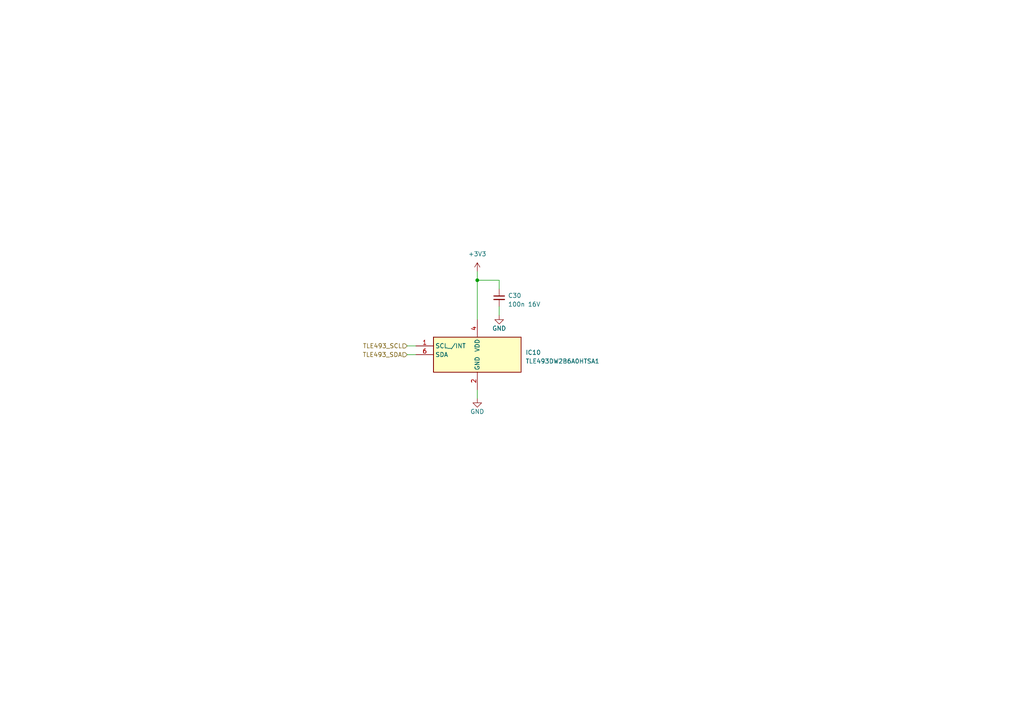
<source format=kicad_sch>
(kicad_sch (version 20231120) (generator "eeschema") (generator_version "8.0")
  (paper "A4")
  (lib_symbols
    (symbol "ARMband:TLE493DW2B6A0HTSA1"
      (property "Reference" "IC" (at 31.75 7.62 0))
      (property "Value" "TLE493DW2B6A0HTSA1" (at 31.75 5.08 0))
      (symbol "TLE493DW2B6A0HTSA1_1_1"
        (rectangle (start 5.08 2.54) (end 30.48 -7.62) (stroke (width 0.254)) (fill (type background)))
        (pin passive line (at 0 0 0) (length 5.08) (name "SCL_/INT") (number "1"))
        (pin passive line (at 17.78 -12.7 90) (length 5.08) (name "GND") (number "2"))
        (pin passive line (at 17.78 -12.7 90) (length 5.08) hide (name "GND_2") (number "3"))
        (pin passive line (at 17.78 7.62 270) (length 5.08) (name "VDD") (number "4"))
        (pin passive line (at 17.78 -12.7 90) (length 5.08) hide (name "GND_3") (number "5"))
        (pin passive line (at 0 -2.54 0) (length 5.08) (name "SDA") (number "6"))
      )
    )
    (symbol "Device:C_Small" (pin_numbers hide) (pin_names (offset 0.254) hide)
      (property "Reference" "C" (at 0.254 1.778 0))
      (property "Value" "C_Small" (at 0.254 -2.032 0))
      (symbol "C_Small_0_1"
        (polyline (pts (xy -1.524 -0.508) (xy 1.524 -0.508)) (stroke (width 0.3302)))
        (polyline (pts (xy -1.524 0.508) (xy 1.524 0.508)) (stroke (width 0.3048)))
      )
      (symbol "C_Small_1_1"
        (pin passive line (at 0 2.54 270) (length 2.032) (name "~") (number "1"))
        (pin passive line (at 0 -2.54 90) (length 2.032) (name "~") (number "2"))
      )
    )
    (symbol "power:+3V3" (power) (pin_names (offset 0))
      (property "Value" "+3V3" (at 0 3.556 0))
      (symbol "+3V3_0_1"
        (polyline (pts (xy -0.762 1.27) (xy 0 2.54)))
        (polyline (pts (xy 0 0) (xy 0 2.54)))
        (polyline (pts (xy 0 2.54) (xy 0.762 1.27)))
      )
      (symbol "+3V3_1_1"
        (pin power_in line (at 0 0 90) (length 0) hide (name "+3V3") (number "1"))
      )
    )
    (symbol "power:GND" (power) (pin_names (offset 0))
      (property "Value" "GND" (at 0 -3.81 0))
      (symbol "GND_0_1"
        (polyline (pts (xy 0 0) (xy 0 -1.27) (xy 1.27 -1.27) (xy 0 -2.54) (xy -1.27 -1.27) (xy 0 -1.27)))
      )
      (symbol "GND_1_1"
        (pin power_in line (at 0 0 270) (length 0) hide (name "GND") (number "1"))
      )
    )
  )
  (junction (at 138.43 81.28))
  (wire (pts (xy 144.78 88.9) (xy 144.78 91.44)))
  (wire (pts (xy 118.11 100.33) (xy 120.65 100.33)))
  (wire (pts (xy 138.43 78.74) (xy 138.43 81.28)))
  (wire (pts (xy 118.11 102.87) (xy 120.65 102.87)))
  (wire (pts (xy 144.78 83.82) (xy 144.78 81.28)))
  (wire (pts (xy 144.78 81.28) (xy 138.43 81.28)))
  (wire (pts (xy 138.43 113.03) (xy 138.43 115.57)))
  (wire (pts (xy 138.43 81.28) (xy 138.43 92.71)))
  (hierarchical_label "TLE493_SCL" (shape input) (at 118.11 100.33 180))
  (hierarchical_label "TLE493_SDA" (shape input) (at 118.11 102.87 180))
  (symbol (lib_id "Device:C_Small") (at 144.78 86.36 0) (mirror y) (unit 1)
    (property "Reference" "C30" (at 147.32 85.7313 0) (effects (justify right)))
    (property "Value" "100n 16V" (at 147.32 88.2713 0) (effects (justify right)))
    (property "Footprint" "Capacitor_SMD:C_0402_1005Metric" (effects (hide yes)))
    (property "Datasheet" "https://www.mouser.de/datasheet/2/447/KEM_C1005_Y5V_SMD-3316374.pdf" (effects (hide yes)))
    (property "MFN" "80-C0402C104M4V " (effects (hide yes)))
    (property "sourced" "y" (effects (hide yes)))
  )
  (symbol (lib_id "power:GND") (at 144.78 91.44 0) (unit 1)
    (property "Reference" "#PWR072" (effects (hide yes)))
    (property "Value" "GND" (at 144.78 95.25 0))
  )
  (symbol (lib_id "power:+3V3") (at 138.43 78.74 0) (mirror y) (unit 1)
    (property "Reference" "#PWR074" (effects (hide yes)))
    (property "Value" "+3V3" (at 138.43 73.66 0))
  )
  (symbol (lib_id "power:GND") (at 138.43 115.57 0) (unit 1)
    (property "Reference" "#PWR073" (effects (hide yes)))
    (property "Value" "GND" (at 138.43 119.38 0))
  )
  (symbol (lib_id "ARMband:TLE493DW2B6A0HTSA1") (at 120.65 100.33 0) (unit 1)
    (property "Reference" "IC10" (at 152.4 102.235 0) (effects (justify left)))
    (property "Value" "TLE493DW2B6A0HTSA1" (at 152.4 104.775 0) (effects (justify left)))
    (property "Footprint" "ARMband:SOT95P280X110-6N" (effects (hide yes)))
    (property "Datasheet" "https://media.digikey.com/pdf/Data%20Sheets/Infineon%20PDFs/TLE493D-W2B6_v1.2_4-9-19.pdf" (effects (hide yes)))
    (property "Height" "1.1" (effects (hide yes)))
    (property "Mouser Part Number" "726-TLE493DW2B6A0HTS" (effects (hide yes)))
    (property "Mouser Price/Stock" "https://www.mouser.co.uk/ProductDetail/Infineon-Technologies/TLE493DW2B6A0HTSA1?qs=qpJ%252B%252B%252Bdg6p1ZWZo3xqeg4Q%3D%3D" (effects (hide yes)))
    (property "Manufacturer_Name" "Infineon" (effects (hide yes)))
    (property "Manufacturer_Part_Number" "TLE493DW2B6A0HTSA1" (effects (hide yes)))
    (property "MFN" "726-TLE493DW2B6A0HTS " (effects (hide yes)))
    (property "sourced" "y" (effects (hide yes)))
  )
)
</source>
